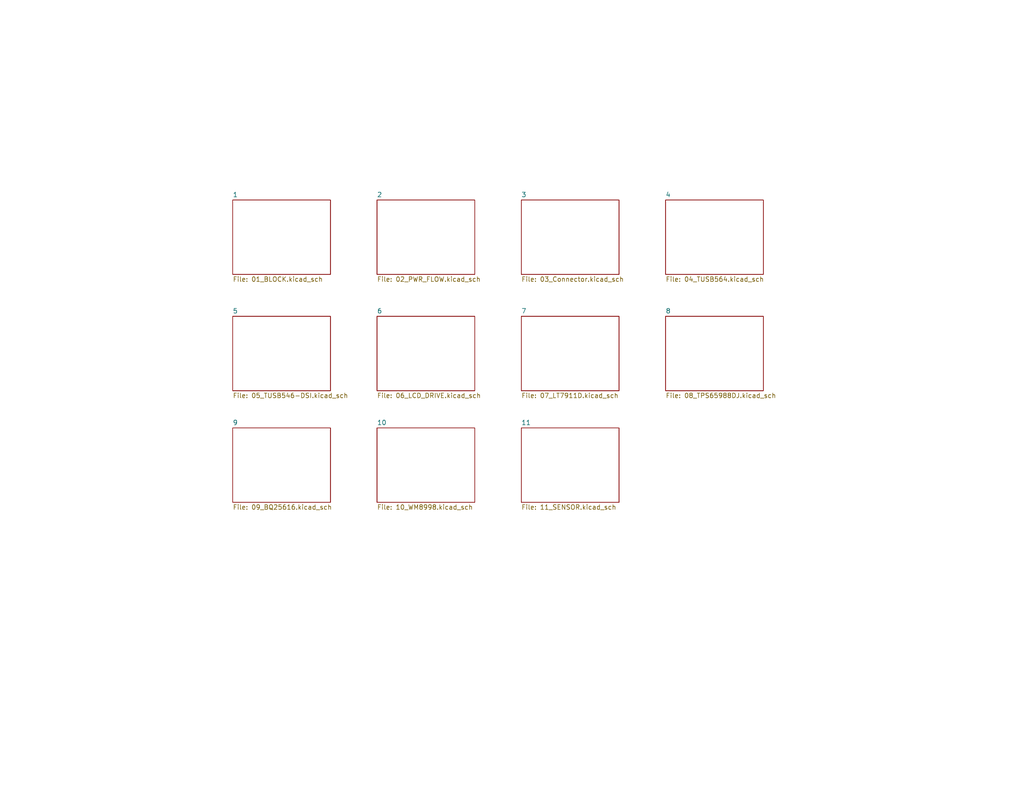
<source format=kicad_sch>
(kicad_sch (version 20211123) (generator eeschema)
  (paper "A")
  (lib_symbols)
  (sheet (at 63.5 54.61) (size 26.67 20.32)
    (property "Sheet name" "1" (at 63.5 53.8984 0) (effects (justify left bottom)))
    (property "Sheet file" "01_BLOCK.kicad_sch" (at 63.5 75.5146 0) (effects (justify left top)))
  )
  (sheet (at 181.61 86.36) (size 26.67 20.32)
    (property "Sheet name" "8" (at 181.61 85.6484 0) (effects (justify left bottom)))
    (property "Sheet file" "08_TPS65988DJ.kicad_sch" (at 181.61 107.2646 0) (effects (justify left top)))
  )
  (sheet (at 102.87 86.36) (size 26.67 20.32)
    (property "Sheet name" "6" (at 102.87 85.6484 0) (effects (justify left bottom)))
    (property "Sheet file" "06_LCD_DRIVE.kicad_sch" (at 102.87 107.2646 0) (effects (justify left top)))
  )
  (sheet (at 142.24 54.61) (size 26.67 20.32)
    (property "Sheet name" "3" (at 142.24 53.8984 0) (effects (justify left bottom)))
    (property "Sheet file" "03_Connector.kicad_sch" (at 142.24 75.5146 0) (effects (justify left top)))
  )
  (sheet (at 142.24 86.36) (size 26.67 20.32)
    (property "Sheet name" "7" (at 142.24 85.6484 0) (effects (justify left bottom)))
    (property "Sheet file" "07_LT7911D.kicad_sch" (at 142.24 107.2646 0) (effects (justify left top)))
  )
  (sheet (at 63.5 116.84) (size 26.67 20.32)
    (property "Sheet name" "9" (at 63.5 116.1284 0) (effects (justify left bottom)))
    (property "Sheet file" "09_BQ25616.kicad_sch" (at 63.5 137.7446 0) (effects (justify left top)))
  )
  (sheet (at 181.61 54.61) (size 26.67 20.32)
    (property "Sheet name" "4" (at 181.61 53.8984 0) (effects (justify left bottom)))
    (property "Sheet file" "04_TUSB564.kicad_sch" (at 181.61 75.5146 0) (effects (justify left top)))
  )
  (sheet (at 102.87 116.84) (size 26.67 20.32)
    (property "Sheet name" "10" (at 102.87 116.1284 0) (effects (justify left bottom)))
    (property "Sheet file" "10_WM8998.kicad_sch" (at 102.87 137.7446 0) (effects (justify left top)))
  )
  (sheet (at 142.24 116.84) (size 26.67 20.32)
    (property "Sheet name" "11" (at 142.24 116.1284 0) (effects (justify left bottom)))
    (property "Sheet file" "11_SENSOR.kicad_sch" (at 142.24 137.7446 0) (effects (justify left top)))
  )
  (sheet (at 63.5 86.36) (size 26.67 20.32)
    (property "Sheet name" "5" (at 63.5 85.6484 0) (effects (justify left bottom)))
    (property "Sheet file" "05_TUSB546-DSI.kicad_sch" (at 63.5 107.2646 0) (effects (justify left top)))
  )
  (sheet (at 102.87 54.61) (size 26.67 20.32)
    (property "Sheet name" "2" (at 102.87 53.8984 0) (effects (justify left bottom)))
    (property "Sheet file" "02_PWR_FLOW.kicad_sch" (at 102.87 75.5146 0) (effects (justify left top)))
  )
)
</source>
